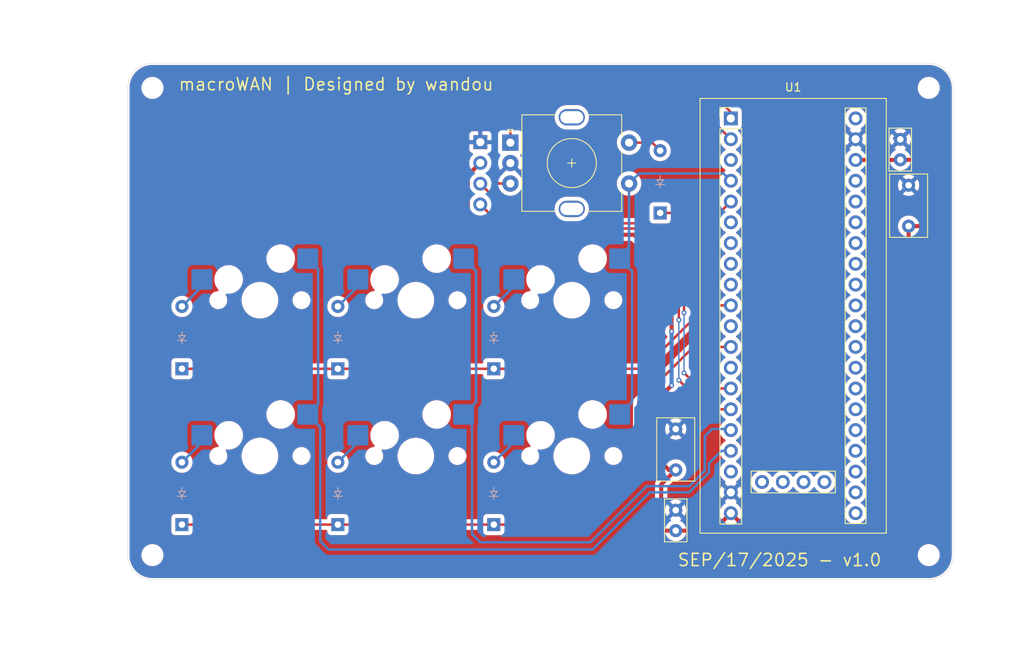
<source format=kicad_pcb>
(kicad_pcb (version 20241229) (generator "pcbnew") (generator_version "9.0")
  (title_block (title "microWAN") (date "2025-08-18") (rev "v1") (comment 1 "microWAN © 2025 by Brendan Leung is licensed under CC BY-NC-SA 4.0") (comment 2 "Author: Brendan Leung"))
  (layers (0 "F.Cu" signal) (2 "B.Cu" signal) (13 "F.Paste" user) (15 "B.Paste" user) (5 "F.SilkS" user "F.Silkscreen") (7 "B.SilkS" user "B.Silkscreen") (1 "F.Mask" user) (3 "B.Mask" user) (25 "Edge.Cuts" user))
  (net 0 "")
  (net 1 "+3.3V")
  (net 2 "GND")
  (net 3 "Net-(D1-A)")
  (net 4 "Row 0")
  (net 5 "Net-(D2-A)")
  (net 6 "Net-(D3-A)")
  (net 7 "Net-(D4-A)")
  (net 8 "Row 1")
  (net 9 "Net-(D5-A)")
  (net 10 "Net-(D6-A)")
  (net 11 "Net-(D7-A)")
  (net 12 "SCL-SCK")
  (net 13 "SDA")
  (net 14 "Col 0")
  (net 15 "Col 1")
  (net 16 "Col 2")
  (net 17 "ENC_B")
  (net 18 "ENC_A")
  (net 40 "Row 2")
  (footprint "MountingHole:MountingHole_2.2mm_M2_ISO7380" (layer "F.Cu") (at 220.266 135.557)
    (property "Reference" "H4" (hide yes))
    (property "Value" "MountingHole_Pad")
    (pad "" np_thru_hole circle (at 0 0) (size 2.2 2.2) (drill 2.2) (layers "*.Cu" "*.Mask"))
  )
  (footprint "Capacitor_THT:C_Disc_D7.5mm_W4.4mm_P5.00mm" (layer "F.Cu") (at 189.357 120.142 -90)
    (property "Reference" "C3" (hide yes))
    (property "Value" "2.2uF")
    (fp_line (start -1.37 2.32) (end 6.37 2.32) (stroke (width 0.12)) (layer "F.SilkS"))
    (fp_line (start -1.37 -2.32) (end -1.37 2.32) (stroke (width 0.12)) (layer "F.SilkS"))
    (fp_line (start -1.37 -2.32) (end 6.37 -2.32) (stroke (width 0.12)) (layer "F.SilkS"))
    (fp_line (start 6.37 -2.32) (end 6.37 2.32) (stroke (width 0.12)) (layer "F.SilkS"))
    (pad "1" thru_hole circle (at 0 0 270) (size 1.6 1.6) (drill 0.8) (layers "*.Cu" "*.Mask") (net 2 "GND"))
    (pad "2" thru_hole circle (at 5 0 270) (size 1.6 1.6) (drill 0.8) (layers "*.Cu" "*.Mask") (net 1 "+3.3V"))
  )
  (footprint "MountingHole:MountingHole_2.2mm_M2_ISO7380" (layer "F.Cu") (at 220.266 78.438)
    (property "Reference" "H2" (hide yes))
    (property "Value" "MountingHole_Pad")
    (pad "" np_thru_hole circle (at 0 0) (size 2.2 2.2) (drill 2.2) (layers "*.Cu" "*.Mask"))
  )
  (footprint "Footprints:YAAJ_WeAct_BlackPill_SWD_2" (layer "F.Cu") (at 196.088 82.169)
    (property "Reference" "U1" (at 7.62 -3.81 0) (layer "F.SilkS") (effects (font (thickness 0.153))))
    (property "Value" "YAAJ_WeAct_BlackPill_Part_Like_SWD_Breakout" (hide yes))
    (fp_line (start -3.755 -2.445) (end 18.995 -2.445) (stroke (width 0.12)) (layer "F.SilkS"))
    (fp_line (start -3.755 50.705) (end -3.755 -2.445) (stroke (width 0.12)) (layer "F.SilkS"))
    (fp_line (start -1.33 -1.33) (end 0 -1.33) (stroke (width 0.12)) (layer "F.SilkS"))
    (fp_line (start -1.33 0) (end -1.33 -1.33) (stroke (width 0.12)) (layer "F.SilkS"))
    (fp_line (start -1.33 1.27) (end 1.33 1.27) (stroke (width 0.12)) (layer "F.SilkS"))
    (fp_line (start -1.33 49.59) (end -1.33 1.27) (stroke (width 0.12)) (layer "F.SilkS"))
    (fp_line (start 1.33 1.27) (end 1.33 49.59) (stroke (width 0.12)) (layer "F.SilkS"))
    (fp_line (start 1.33 49.59) (end -1.33 49.59) (stroke (width 0.12)) (layer "F.SilkS"))
    (fp_line (start 2.482 43.119) (end 2.482 45.779) (stroke (width 0.12)) (layer "F.SilkS"))
    (fp_line (start 2.482 45.779) (end 12.762 45.779) (stroke (width 0.12)) (layer "F.SilkS"))
    (fp_line (start 12.762 43.119) (end 2.482 43.119) (stroke (width 0.12)) (layer "F.SilkS"))
    (fp_line (start 12.762 45.779) (end 12.762 43.119) (stroke (width 0.12)) (layer "F.SilkS"))
    (fp_line (start 13.97 -1.27) (end 16.51 -1.27) (stroke (width 0.12)) (layer "F.SilkS"))
    (fp_line (start 13.97 49.53) (end 13.97 -1.27) (stroke (width 0.12)) (layer "F.SilkS"))
    (fp_line (start 16.51 -1.27) (end 16.51 49.53) (stroke (width 0.12)) (layer "F.SilkS"))
    (fp_line (start 16.51 49.53) (end 13.97 49.53) (stroke (width 0.12)) (layer "F.SilkS"))
    (fp_line (start 18.995 -2.445) (end 18.995 50.705) (stroke (width 0.12)) (layer "F.SilkS"))
    (fp_line (start 18.995 50.705) (end -3.755 50.705) (stroke (width 0.12)) (layer "F.SilkS"))
    (pad "1" thru_hole rect (at 0 0) (size 1.7 1.7) (drill 1) (layers "*.Cu" "*.Mask") (net 17 "ENC_B"))
    (pad "2" thru_hole circle (at 0 2.54) (size 1.7 1.7) (drill 1) (layers "*.Cu" "*.Mask") (net 18 "ENC_A"))
    (pad "3" thru_hole circle (at 0 5.08) (size 1.7 1.7) (drill 1) (layers "*.Cu" "*.Mask"))
    (pad "4" thru_hole circle (at 0 7.62) (size 1.7 1.7) (drill 1) (layers "*.Cu" "*.Mask") (net 16 "Col 2"))
    (pad "5" thru_hole circle (at 0 10.16) (size 1.7 1.7) (drill 1) (layers "*.Cu" "*.Mask") (net 4 "Row 0"))
    (pad "6" thru_hole circle (at 0 12.7) (size 1.7 1.7) (drill 1) (layers "*.Cu" "*.Mask"))
    (pad "7" thru_hole circle (at 0 15.24) (size 1.7 1.7) (drill 1) (layers "*.Cu" "*.Mask"))
    (pad "8" thru_hole circle (at 0 17.78) (size 1.7 1.7) (drill 1) (layers "*.Cu" "*.Mask"))
    (pad "9" thru_hole circle (at 0 20.32) (size 1.7 1.7) (drill 1) (layers "*.Cu" "*.Mask"))
    (pad "10" thru_hole circle (at 0 22.86) (size 1.7 1.7) (drill 1) (layers "*.Cu" "*.Mask") (net 8 "Row 1"))
    (pad "11" thru_hole circle (at 0 25.4) (size 1.7 1.7) (drill 1) (layers "*.Cu" "*.Mask"))
    (pad "12" thru_hole circle (at 0 27.94) (size 1.7 1.7) (drill 1) (layers "*.Cu" "*.Mask") (net 40 "Row 2"))
    (pad "13" thru_hole circle (at 0 30.48) (size 1.7 1.7) (drill 1) (layers "*.Cu" "*.Mask"))
    (pad "14" thru_hole circle (at 0 33.02) (size 1.7 1.7) (drill 1) (layers "*.Cu" "*.Mask") (net 12 "SCL-SCK"))
    (pad "15" thru_hole circle (at 0 35.56) (size 1.7 1.7) (drill 1) (layers "*.Cu" "*.Mask") (net 13 "SDA"))
    (pad "16" thru_hole circle (at 0 38.1) (size 1.7 1.7) (drill 1) (layers "*.Cu" "*.Mask") (net 15 "Col 1"))
    (pad "17" thru_hole circle (at 0 40.64) (size 1.7 1.7) (drill 1) (layers "*.Cu" "*.Mask") (net 14 "Col 0"))
    (pad "18" thru_hole circle (at 0 43.18) (size 1.7 1.7) (drill 1) (layers "*.Cu" "*.Mask"))
    (pad "19" thru_hole circle (at 0 45.72) (size 1.7 1.7) (drill 1) (layers "*.Cu" "*.Mask") (net 2 "GND"))
    (pad "20" thru_hole circle (at 0 48.26) (size 1.7 1.7) (drill 1) (layers "*.Cu" "*.Mask") (net 1 "+3.3V"))
    (pad "21" thru_hole circle (at 15.24 48.26) (size 1.7 1.7) (drill 1) (layers "*.Cu" "*.Mask"))
    (pad "22" thru_hole circle (at 15.24 45.72) (size 1.7 1.7) (drill 1) (layers "*.Cu" "*.Mask"))
    (pad "23" thru_hole circle (at 15.24 43.18) (size 1.7 1.7) (drill 1) (layers "*.Cu" "*.Mask"))
    (pad "24" thru_hole circle (at 15.24 40.64) (size 1.7 1.7) (drill 1) (layers "*.Cu" "*.Mask"))
    (pad "25" thru_hole circle (at 15.24 38.1) (size 1.7 1.7) (drill 1) (layers "*.Cu" "*.Mask"))
    (pad "26" thru_hole circle (at 15.24 35.56) (size 1.7 1.7) (drill 1) (layers "*.Cu" "*.Mask"))
    (pad "27" thru_hole circle (at 15.24 33.02) (size 1.7 1.7) (drill 1) (layers "*.Cu" "*.Mask"))
    (pad "28" thru_hole circle (at 15.24 30.48) (size 1.7 1.7) (drill 1) (layers "*.Cu" "*.Mask"))
    (pad "29" thru_hole circle (at 15.24 27.94) (size 1.7 1.7) (drill 1) (layers "*.Cu" "*.Mask"))
    (pad "30" thru_hole circle (at 15.24 25.4) (size 1.7 1.7) (drill 1) (layers "*.Cu" "*.Mask"))
    (pad "31" thru_hole circle (at 15.24 22.86) (size 1.7 1.7) (drill 1) (layers "*.Cu" "*.Mask"))
    (pad "32" thru_hole circle (at 15.24 20.32) (size 1.7 1.7) (drill 1) (layers "*.Cu" "*.Mask"))
    (pad "33" thru_hole circle (at 15.24 17.78) (size 1.7 1.7) (drill 1) (layers "*.Cu" "*.Mask"))
    (pad "34" thru_hole circle (at 15.24 15.24) (size 1.7 1.7) (drill 1) (layers "*.Cu" "*.Mask"))
    (pad "35" thru_hole circle (at 15.24 12.7) (size 1.7 1.7) (drill 1) (layers "*.Cu" "*.Mask"))
    (pad "36" thru_hole circle (at 15.24 10.16) (size 1.7 1.7) (drill 1) (layers "*.Cu" "*.Mask"))
    (pad "37" thru_hole circle (at 15.24 7.62) (size 1.7 1.7) (drill 1) (layers "*.Cu" "*.Mask"))
    (pad "38" thru_hole circle (at 15.24 5.08) (size 1.7 1.7) (drill 1) (layers "*.Cu" "*.Mask") (net 1 "+3.3V"))
    (pad "39" thru_hole circle (at 15.24 2.54) (size 1.7 1.7) (drill 1) (layers "*.Cu" "*.Mask") (net 2 "GND"))
    (pad "40" thru_hole circle (at 15.24 0) (size 1.7 1.7) (drill 1) (layers "*.Cu" "*.Mask"))
    (pad "41" thru_hole circle (at 11.432 44.449) (size 1.7 1.7) (drill 1) (layers "*.Cu" "*.Mask"))
    (pad "42" thru_hole circle (at 8.892 44.449) (size 1.7 1.7) (drill 1) (layers "*.Cu" "*.Mask"))
    (pad "43" thru_hole circle (at 6.352 44.449) (size 1.7 1.7) (drill 1) (layers "*.Cu" "*.Mask"))
    (pad "44" thru_hole circle (at 3.812 44.449) (size 1.7 1.7) (drill 1) (layers "*.Cu" "*.Mask"))
  )
  (footprint "Keebio-Parts:RotaryEncoder_EC11" (layer "F.Cu") (at 176.657 87.63)
    (property "Reference" "SW7")
    (property "Value" "RotaryEncoder_Switch")
    (fp_line (start -7.8 -4.1) (end -7.2 -4.1) (stroke (width 0.12)) (layer "F.SilkS"))
    (fp_line (start -7.5 -3.8) (end -7.8 -4.1) (stroke (width 0.12)) (layer "F.SilkS"))
    (fp_line (start -7.2 -4.1) (end -7.5 -3.8) (stroke (width 0.12)) (layer "F.SilkS"))
    (fp_line (start -6.1 -5.9) (end -6.1 5.9) (stroke (width 0.12)) (layer "F.SilkS"))
    (fp_line (start -2 -5.9) (end -6.1 -5.9) (stroke (width 0.12)) (layer "F.SilkS"))
    (fp_line (start -2 5.9) (end -6.1 5.9) (stroke (width 0.12)) (layer "F.SilkS"))
    (fp_line (start -0.5 0) (end 0.5 0) (stroke (width 0.12)) (layer "F.SilkS"))
    (fp_line (start 0 -0.5) (end 0 0.5) (stroke (width 0.12)) (layer "F.SilkS"))
    (fp_line (start 2 -5.9) (end 6.1 -5.9) (stroke (width 0.12)) (layer "F.SilkS"))
    (fp_line (start 6.1 -5.9) (end 6.1 -3.5) (stroke (width 0.12)) (layer "F.SilkS"))
    (fp_line (start 6.1 -1.3) (end 6.1 1.3) (stroke (width 0.12)) (layer "F.SilkS"))
    (fp_line (start 6.1 3.5) (end 6.1 5.9) (stroke (width 0.12)) (layer "F.SilkS"))
    (fp_line (start 6.1 5.9) (end 2 5.9) (stroke (width 0.12)) (layer "F.SilkS"))
    (fp_circle (center 0 0) (end 3 0) (stroke (width 0.12)) (fill no) (layer "F.SilkS"))
    (pad "" np_thru_hole oval (at 0 -5.6) (size 3.2 2) (drill oval 2.8 1.5) (layers "*.Cu" "*.Mask"))
    (pad "" np_thru_hole oval (at 0 5.6) (size 3.2 2) (drill oval 2.8 1.5) (layers "*.Cu" "*.Mask"))
    (pad "A" thru_hole rect (at -7.5 -2.5) (size 2 2) (drill 1) (layers "*.Cu" "*.Mask") (net 18 "ENC_A"))
    (pad "B" thru_hole circle (at -7.5 2.5) (size 2 2) (drill 1) (layers "*.Cu" "*.Mask") (net 17 "ENC_B"))
    (pad "C" thru_hole circle (at -7.5 0) (size 2 2) (drill 1) (layers "*.Cu" "*.Mask") (net 2 "GND"))
    (pad "S1" thru_hole circle (at 7 2.5) (size 2 2) (drill 1) (layers "*.Cu" "*.Mask") (net 16 "Col 2"))
    (pad "S2" thru_hole circle (at 7 -2.5) (size 2 2) (drill 1) (layers "*.Cu" "*.Mask") (net 11 "Net-(D7-A)"))
  )
  (footprint "Capacitor_THT:C_Disc_D7.5mm_W4.4mm_P5.00mm" (layer "F.Cu") (at 217.805 90.337 -90)
    (property "Reference" "C4" (hide yes))
    (property "Value" "2.2uF")
    (fp_line (start -1.37 2.32) (end 6.37 2.32) (stroke (width 0.12)) (layer "F.SilkS"))
    (fp_line (start -1.37 -2.32) (end -1.37 2.32) (stroke (width 0.12)) (layer "F.SilkS"))
    (fp_line (start -1.37 -2.32) (end 6.37 -2.32) (stroke (width 0.12)) (layer "F.SilkS"))
    (fp_line (start 6.37 -2.32) (end 6.37 2.32) (stroke (width 0.12)) (layer "F.SilkS"))
    (pad "1" thru_hole circle (at 0 0 270) (size 1.6 1.6) (drill 0.8) (layers "*.Cu" "*.Mask") (net 2 "GND"))
    (pad "2" thru_hole circle (at 5 0 270) (size 1.6 1.6) (drill 0.8) (layers "*.Cu" "*.Mask") (net 1 "+3.3V"))
  )
  (footprint "Capacitor_THT:C_Disc_D5.0mm_W2.5mm_P2.50mm" (layer "F.Cu") (at 216.789 84.729 -90)
    (property "Reference" "C1" (hide yes))
    (property "Value" "0.1uF")
    (fp_line (start -1.37 1.37) (end 3.87 1.37) (stroke (width 0.12)) (layer "F.SilkS"))
    (fp_line (start -1.37 -1.37) (end -1.37 1.37) (stroke (width 0.12)) (layer "F.SilkS"))
    (fp_line (start -1.37 -1.37) (end 3.87 -1.37) (stroke (width 0.12)) (layer "F.SilkS"))
    (fp_line (start 3.87 -1.37) (end 3.87 1.37) (stroke (width 0.12)) (layer "F.SilkS"))
    (pad "1" thru_hole circle (at 0 0 270) (size 1.6 1.6) (drill 0.8) (layers "*.Cu" "*.Mask") (net 2 "GND"))
    (pad "2" thru_hole circle (at 2.5 0 270) (size 1.6 1.6) (drill 0.8) (layers "*.Cu" "*.Mask") (net 1 "+3.3V"))
  )
  (footprint "MountingHole:MountingHole_2.2mm_M2_ISO7380" (layer "F.Cu") (at 125.428 78.438)
    (property "Reference" "H1" (hide yes))
    (property "Value" "MountingHole_Pad")
    (pad "" np_thru_hole circle (at 0 0) (size 2.2 2.2) (drill 2.2) (layers "*.Cu" "*.Mask"))
  )
  (footprint "ScottoKeebs_Components:OLED_128x32" (layer "F.Cu") (at 167.081 94.869 180)
    (property "Reference" "J1" (hide yes))
    (property "Value" "OLED_128x32")
    (pad "1" thru_hole rect (at 1.6 9.8) (size 1.7 1.7) (drill 1) (layers "*.Cu" "*.Mask") (net 2 "GND"))
    (pad "2" thru_hole oval (at 1.6 7.26) (size 1.7 1.7) (drill 1) (layers "*.Cu" "*.Mask") (net 1 "+3.3V"))
    (pad "3" thru_hole oval (at 1.6 4.72) (size 1.7 1.7) (drill 1) (layers "*.Cu" "*.Mask") (net 12 "SCL-SCK"))
    (pad "4" thru_hole oval (at 1.6 2.18) (size 1.7 1.7) (drill 1) (layers "*.Cu" "*.Mask") (net 13 "SDA"))
  )
  (footprint "Capacitor_THT:C_Disc_D5.0mm_W2.5mm_P2.50mm" (layer "F.Cu") (at 189.357 130.068 -90)
    (property "Reference" "C2" (hide yes))
    (property "Value" "0.1uF")
    (fp_line (start -1.37 1.37) (end 3.87 1.37) (stroke (width 0.12)) (layer "F.SilkS"))
    (fp_line (start -1.37 -1.37) (end -1.37 1.37) (stroke (width 0.12)) (layer "F.SilkS"))
    (fp_line (start -1.37 -1.37) (end 3.87 -1.37) (stroke (width 0.12)) (layer "F.SilkS"))
    (fp_line (start 3.87 -1.37) (end 3.87 1.37) (stroke (width 0.12)) (layer "F.SilkS"))
    (pad "1" thru_hole circle (at 0 0 270) (size 1.6 1.6) (drill 0.8) (layers "*.Cu" "*.Mask") (net 2 "GND"))
    (pad "2" thru_hole circle (at 2.5 0 270) (size 1.6 1.6) (drill 0.8) (layers "*.Cu" "*.Mask") (net 1 "+3.3V"))
  )
  (footprint "MountingHole:MountingHole_2.2mm_M2_ISO7380" (layer "F.Cu") (at 125.428 135.557)
    (property "Reference" "H3" (hide yes))
    (property "Value" "MountingHole_Pad")
    (pad "" np_thru_hole circle (at 0 0) (size 2.2 2.2) (drill 2.2) (layers "*.Cu" "*.Mask"))
  )
  (footprint "MX_Hotswap:MX-Hotswap-1U" (layer "B.Cu") (at 157.607 123.444 180)
    (property "Reference" "SW5")
    (property "Value" "Switch")
    (pad "" np_thru_hole circle (at -5.08 0 228.099) (size 1.7018 1.7018) (drill 1.7018) (layers "*.Cu" "*.Mask"))
    (pad "" np_thru_hole circle (at -2.54 5.08 180) (size 3 3) (drill 3) (layers "*.Cu" "*.Mask"))
    (pad "" np_thru_hole circle (at 0 0 180) (size 3.9878 3.9878) (drill 3.9878) (layers "*.Cu" "*.Mask"))
    (pad "" np_thru_hole circle (at 3.81 2.54 180) (size 3 3) (drill 3) (layers "*.Cu" "*.Mask"))
    (pad "" np_thru_hole circle (at 5.08 0 228.099) (size 1.7018 1.7018) (drill 1.7018) (layers "*.Cu" "*.Mask"))
    (pad "1" smd roundrect (at 7.085 2.54 180) (size 2.55 2.5) (layers "B.Cu" "B.Mask" "B.Paste") (roundrect_rratio 0.08) (net 9 "Net-(D5-A)"))
    (pad "2" smd roundrect (at -5.842 5.08 180) (size 2.55 2.5) (layers "B.Cu" "B.Mask" "B.Paste") (roundrect_rratio 0.08) (net 15 "Col 1"))
  )
  (footprint "MX_Hotswap:MX-Hotswap-1U" (layer "B.Cu") (at 176.657 123.444 180)
    (property "Reference" "SW6")
    (property "Value" "Switch")
    (pad "" np_thru_hole circle (at -5.08 0 228.099) (size 1.7018 1.7018) (drill 1.7018) (layers "*.Cu" "*.Mask"))
    (pad "" np_thru_hole circle (at -2.54 5.08 180) (size 3 3) (drill 3) (layers "*.Cu" "*.Mask"))
    (pad "" np_thru_hole circle (at 0 0 180) (size 3.9878 3.9878) (drill 3.9878) (layers "*.Cu" "*.Mask"))
    (pad "" np_thru_hole circle (at 3.81 2.54 180) (size 3 3) (drill 3) (layers "*.Cu" "*.Mask"))
    (pad "" np_thru_hole circle (at 5.08 0 228.099) (size 1.7018 1.7018) (drill 1.7018) (layers "*.Cu" "*.Mask"))
    (pad "1" smd roundrect (at 7.085 2.54 180) (size 2.55 2.5) (layers "B.Cu" "B.Mask" "B.Paste") (roundrect_rratio 0.08) (net 10 "Net-(D6-A)"))
    (pad "2" smd roundrect (at -5.842 5.08 180) (size 2.55 2.5) (layers "B.Cu" "B.Mask" "B.Paste") (roundrect_rratio 0.08) (net 16 "Col 2"))
  )
  (footprint "ScottoKeebs_Components:Diode_DO-35" (layer "B.Cu") (at 167.132 112.776 90)
    (property "Reference" "D3" (hide yes))
    (property "Value" "Diode" (hide yes))
    (fp_line (start 4.06 -0.4) (end 3.46 0) (stroke (width 0.1)) (layer "B.SilkS"))
    (fp_line (start 4.06 0) (end 4.56 0) (stroke (width 0.1)) (layer "B.SilkS"))
    (fp_line (start 3.46 0) (end 4.06 0.4) (stroke (width 0.1)) (layer "B.SilkS"))
    (fp_line (start 3.06 0) (end 3.46 0) (stroke (width 0.1)) (layer "B.SilkS"))
    (fp_line (start 4.06 0.4) (end 4.06 -0.4) (stroke (width 0.1)) (layer "B.SilkS"))
    (fp_line (start 3.46 0.55) (end 3.46 -0.55) (stroke (width 0.1)) (layer "B.SilkS"))
    (pad "1" thru_hole rect (at 0 0 90) (size 1.6 1.6) (drill 0.8) (layers "*.Cu" "*.Mask") (net 8 "Row 1"))
    (pad "2" thru_hole oval (at 7.62 0 90) (size 1.6 1.6) (drill 0.8) (layers "*.Cu" "*.Mask") (net 6 "Net-(D3-A)"))
  )
  (footprint "MX_Hotswap:MX-Hotswap-1U" (layer "B.Cu") (at 138.557 104.394 180)
    (property "Reference" "SW1")
    (property "Value" "Switch")
    (pad "" np_thru_hole circle (at -5.08 0 228.099) (size 1.7018 1.7018) (drill 1.7018) (layers "*.Cu" "*.Mask"))
    (pad "" np_thru_hole circle (at -2.54 5.08 180) (size 3 3) (drill 3) (layers "*.Cu" "*.Mask"))
    (pad "" np_thru_hole circle (at 0 0 180) (size 3.9878 3.9878) (drill 3.9878) (layers "*.Cu" "*.Mask"))
    (pad "" np_thru_hole circle (at 3.81 2.54 180) (size 3 3) (drill 3) (layers "*.Cu" "*.Mask"))
    (pad "" np_thru_hole circle (at 5.08 0 228.099) (size 1.7018 1.7018) (drill 1.7018) (layers "*.Cu" "*.Mask"))
    (pad "1" smd roundrect (at 7.085 2.54 180) (size 2.55 2.5) (layers "B.Cu" "B.Mask" "B.Paste") (roundrect_rratio 0.08) (net 3 "Net-(D1-A)"))
    (pad "2" smd roundrect (at -5.842 5.08 180) (size 2.55 2.5) (layers "B.Cu" "B.Mask" "B.Paste") (roundrect_rratio 0.08) (net 14 "Col 0"))
  )
  (footprint "ScottoKeebs_Components:Diode_DO-35" (layer "B.Cu") (at 129.032 131.826 90)
    (property "Reference" "D4" (hide yes))
    (property "Value" "Diode" (hide yes))
    (fp_line (start 4.06 -0.4) (end 3.46 0) (stroke (width 0.1)) (layer "B.SilkS"))
    (fp_line (start 4.06 0) (end 4.56 0) (stroke (width 0.1)) (layer "B.SilkS"))
    (fp_line (start 3.46 0) (end 4.06 0.4) (stroke (width 0.1)) (layer "B.SilkS"))
    (fp_line (start 3.06 0) (end 3.46 0) (stroke (width 0.1)) (layer "B.SilkS"))
    (fp_line (start 4.06 0.4) (end 4.06 -0.4) (stroke (width 0.1)) (layer "B.SilkS"))
    (fp_line (start 3.46 0.55) (end 3.46 -0.55) (stroke (width 0.1)) (layer "B.SilkS"))
    (pad "1" thru_hole rect (at 0 0 90) (size 1.6 1.6) (drill 0.8) (layers "*.Cu" "*.Mask") (net 40 "Row 2"))
    (pad "2" thru_hole oval (at 7.62 0 90) (size 1.6 1.6) (drill 0.8) (layers "*.Cu" "*.Mask") (net 7 "Net-(D4-A)"))
  )
  (footprint "ScottoKeebs_Components:Diode_DO-35" (layer "B.Cu") (at 129.032 112.776 90)
    (property "Reference" "D1" (hide yes))
    (property "Value" "Diode" (hide yes))
    (fp_line (start 4.06 -0.4) (end 3.46 0) (stroke (width 0.1)) (layer "B.SilkS"))
    (fp_line (start 4.06 0) (end 4.56 0) (stroke (width 0.1)) (layer "B.SilkS"))
    (fp_line (start 3.46 0) (end 4.06 0.4) (stroke (width 0.1)) (layer "B.SilkS"))
    (fp_line (start 3.06 0) (end 3.46 0) (stroke (width 0.1)) (layer "B.SilkS"))
    (fp_line (start 4.06 0.4) (end 4.06 -0.4) (stroke (width 0.1)) (layer "B.SilkS"))
    (fp_line (start 3.46 0.55) (end 3.46 -0.55) (stroke (width 0.1)) (layer "B.SilkS"))
    (pad "1" thru_hole rect (at 0 0 90) (size 1.6 1.6) (drill 0.8) (layers "*.Cu" "*.Mask") (net 8 "Row 1"))
    (pad "2" thru_hole oval (at 7.62 0 90) (size 1.6 1.6) (drill 0.8) (layers "*.Cu" "*.Mask") (net 3 "Net-(D1-A)"))
  )
  (footprint "ScottoKeebs_Components:Diode_DO-35" (layer "B.Cu") (at 148.082 131.826 90)
    (property "Reference" "D5" (hide yes))
    (property "Value" "Diode" (hide yes))
    (fp_line (start 4.06 -0.4) (end 3.46 0) (stroke (width 0.1)) (layer "B.SilkS"))
    (fp_line (start 4.06 0) (end 4.56 0) (stroke (width 0.1)) (layer "B.SilkS"))
    (fp_line (start 3.46 0) (end 4.06 0.4) (stroke (width 0.1)) (layer "B.SilkS"))
    (fp_line (start 3.06 0) (end 3.46 0) (stroke (width 0.1)) (layer "B.SilkS"))
    (fp_line (start 4.06 0.4) (end 4.06 -0.4) (stroke (width 0.1)) (layer "B.SilkS"))
    (fp_line (start 3.46 0.55) (end 3.46 -0.55) (stroke (width 0.1)) (layer "B.SilkS"))
    (pad "1" thru_hole rect (at 0 0 90) (size 1.6 1.6) (drill 0.8) (layers "*.Cu" "*.Mask") (net 40 "Row 2"))
    (pad "2" thru_hole oval (at 7.62 0 90) (size 1.6 1.6) (drill 0.8) (layers "*.Cu" "*.Mask") (net 9 "Net-(D5-A)"))
  )
  (footprint "MX_Hotswap:MX-Hotswap-1U" (layer "B.Cu") (at 138.557 123.444 180)
    (property "Reference" "SW4")
    (property "Value" "Switch")
    (pad "" np_thru_hole circle (at -5.08 0 228.099) (size 1.7018 1.7018) (drill 1.7018) (layers "*.Cu" "*.Mask"))
    (pad "" np_thru_hole circle (at -2.54 5.08 180) (size 3 3) (drill 3) (layers "*.Cu" "*.Mask"))
    (pad "" np_thru_hole circle (at 0 0 180) (size 3.9878 3.9878) (drill 3.9878) (layers "*.Cu" "*.Mask"))
    (pad "" np_thru_hole circle (at 3.81 2.54 180) (size 3 3) (drill 3) (layers "*.Cu" "*.Mask"))
    (pad "" np_thru_hole circle (at 5.08 0 228.099) (size 1.7018 1.7018) (drill 1.7018) (layers "*.Cu" "*.Mask"))
    (pad "1" smd roundrect (at 7.085 2.54 180) (size 2.55 2.5) (layers "B.Cu" "B.Mask" "B.Paste") (roundrect_rratio 0.08) (net 7 "Net-(D4-A)"))
    (pad "2" smd roundrect (at -5.842 5.08 180) (size 2.55 2.5) (layers "B.Cu" "B.Mask" "B.Paste") (roundrect_rratio 0.08) (net 14 "Col 0"))
  )
  (footprint "ScottoKeebs_Components:Diode_DO-35" (layer "B.Cu") (at 148.082 112.776 90)
    (property "Reference" "D2" (hide yes))
    (property "Value" "Diode" (hide yes))
    (fp_line (start 4.06 -0.4) (end 3.46 0) (stroke (width 0.1)) (layer "B.SilkS"))
    (fp_line (start 4.06 0) (end 4.56 0) (stroke (width 0.1)) (layer "B.SilkS"))
    (fp_line (start 3.46 0) (end 4.06 0.4) (stroke (width 0.1)) (layer "B.SilkS"))
    (fp_line (start 3.06 0) (end 3.46 0) (stroke (width 0.1)) (layer "B.SilkS"))
    (fp_line (start 4.06 0.4) (end 4.06 -0.4) (stroke (width 0.1)) (layer "B.SilkS"))
    (fp_line (start 3.46 0.55) (end 3.46 -0.55) (stroke (width 0.1)) (layer "B.SilkS"))
    (pad "1" thru_hole rect (at 0 0 90) (size 1.6 1.6) (drill 0.8) (layers "*.Cu" "*.Mask") (net 8 "Row 1"))
    (pad "2" thru_hole oval (at 7.62 0 90) (size 1.6 1.6) (drill 0.8) (layers "*.Cu" "*.Mask") (net 5 "Net-(D2-A)"))
  )
  (footprint "ScottoKeebs_Components:Diode_DO-35" (layer "B.Cu") (at 167.132 131.826 90)
    (property "Reference" "D6" (hide yes))
    (property "Value" "Diode" (hide yes))
    (fp_line (start 4.06 -0.4) (end 3.46 0) (stroke (width 0.1)) (layer "B.SilkS"))
    (fp_line (start 4.06 0) (end 4.56 0) (stroke (width 0.1)) (layer "B.SilkS"))
    (fp_line (start 3.46 0) (end 4.06 0.4) (stroke (width 0.1)) (layer "B.SilkS"))
    (fp_line (start 3.06 0) (end 3.46 0) (stroke (width 0.1)) (layer "B.SilkS"))
    (fp_line (start 4.06 0.4) (end 4.06 -0.4) (stroke (width 0.1)) (layer "B.SilkS"))
    (fp_line (start 3.46 0.55) (end 3.46 -0.55) (stroke (width 0.1)) (layer "B.SilkS"))
    (pad "1" thru_hole rect (at 0 0 90) (size 1.6 1.6) (drill 0.8) (layers "*.Cu" "*.Mask") (net 40 "Row 2"))
    (pad "2" thru_hole oval (at 7.62 0 90) (size 1.6 1.6) (drill 0.8) (layers "*.Cu" "*.Mask") (net 10 "Net-(D6-A)"))
  )
  (footprint "ScottoKeebs_Components:Diode_DO-35" (layer "B.Cu") (at 187.452 93.726 90)
    (property "Reference" "D7" (hide yes))
    (property "Value" "Diode" (hide yes))
    (fp_line (start 4.06 -0.4) (end 3.46 0) (stroke (width 0.1)) (layer "B.SilkS"))
    (fp_line (start 4.06 0) (end 4.56 0) (stroke (width 0.1)) (layer "B.SilkS"))
    (fp_line (start 3.46 0) (end 4.06 0.4) (stroke (width 0.1)) (layer "B.SilkS"))
    (fp_line (start 3.06 0) (end 3.46 0) (stroke (width 0.1)) (layer "B.SilkS"))
    (fp_line (start 4.06 0.4) (end 4.06 -0.4) (stroke (width 0.1)) (layer "B.SilkS"))
    (fp_line (start 3.46 0.55) (end 3.46 -0.55) (stroke (width 0.1)) (layer "B.SilkS"))
    (pad "1" thru_hole rect (at 0 0 90) (size 1.6 1.6) (drill 0.8) (layers "*.Cu" "*.Mask") (net 4 "Row 0"))
    (pad "2" thru_hole oval (at 7.62 0 90) (size 1.6 1.6) (drill 0.8) (layers "*.Cu" "*.Mask") (net 11 "Net-(D7-A)"))
  )
  (footprint "MX_Hotswap:MX-Hotswap-1U" (layer "B.Cu") (at 176.657 104.394 180)
    (property "Reference" "SW3")
    (property "Value" "Switch")
    (pad "" np_thru_hole circle (at -5.08 0 228.099) (size 1.7018 1.7018) (drill 1.7018) (layers "*.Cu" "*.Mask"))
    (pad "" np_thru_hole circle (at -2.54 5.08 180) (size 3 3) (drill 3) (layers "*.Cu" "*.Mask"))
    (pad "" np_thru_hole circle (at 0 0 180) (size 3.9878 3.9878) (drill 3.9878) (layers "*.Cu" "*.Mask"))
    (pad "" np_thru_hole circle (at 3.81 2.54 180) (size 3 3) (drill 3) (layers "*.Cu" "*.Mask"))
    (pad "" np_thru_hole circle (at 5.08 0 228.099) (size 1.7018 1.7018) (drill 1.7018) (layers "*.Cu" "*.Mask"))
    (pad "1" smd roundrect (at 7.085 2.54 180) (size 2.55 2.5) (layers "B.Cu" "B.Mask" "B.Paste") (roundrect_rratio 0.08) (net 6 "Net-(D3-A)"))
    (pad "2" smd roundrect (at -5.842 5.08 180) (size 2.55 2.5) (layers "B.Cu" "B.Mask" "B.Paste") (roundrect_rratio 0.08) (net 16 "Col 2"))
  )
  (footprint "MX_Hotswap:MX-Hotswap-1U" (layer "B.Cu") (at 157.607 104.394 180)
    (property "Reference" "SW2")
    (property "Value" "Switch")
    (pad "" np_thru_hole circle (at -5.08 0 228.099) (size 1.7018 1.7018) (drill 1.7018) (layers "*.Cu" "*.Mask"))
    (pad "" np_thru_hole circle (at -2.54 5.08 180) (size 3 3) (drill 3) (layers "*.Cu" "*.Mask"))
    (pad "" np_thru_hole circle (at 0 0 180) (size 3.9878 3.9878) (drill 3.9878) (layers "*.Cu" "*.Mask"))
    (pad "" np_thru_hole circle (at 3.81 2.54 180) (size 3 3) (drill 3) (layers "*.Cu" "*.Mask"))
    (pad "" np_thru_hole circle (at 5.08 0 228.099) (size 1.7018 1.7018) (drill 1.7018) (layers "*.Cu" "*.Mask"))
    (pad "1" smd roundrect (at 7.085 2.54 180) (size 2.55 2.5) (layers "B.Cu" "B.Mask" "B.Paste") (roundrect_rratio 0.08) (net 5 "Net-(D2-A)"))
    (pad "2" smd roundrect (at -5.842 5.08 180) (size 2.55 2.5) (layers "B.Cu" "B.Mask" "B.Paste") (roundrect_rratio 0.08) (net 15 "Col 1"))
  )
  (gr_arc (start 223.266 135.557) (mid 222.38732 137.67832) (end 220.266 138.557) (stroke (width 0.05)) (layer "Edge.Cuts"))
  (gr_arc (start 125.428 138.557) (mid 123.30668 137.67832) (end 122.428 135.557) (stroke (width 0.05)) (layer "Edge.Cuts"))
  (gr_arc (start 122.428 78.438) (mid 123.30668 76.31668) (end 125.428 75.438) (stroke (width 0.05)) (layer "Edge.Cuts"))
  (gr_line (start 122.428 135.557) (end 122.428 78.438) (stroke (width 0.05)) (layer "Edge.Cuts"))
  (gr_arc (start 220.266 75.438) (mid 222.38732 76.31668) (end 223.266 78.438) (stroke (width 0.05)) (layer "Edge.Cuts"))
  (gr_line (start 125.428 75.438) (end 220.266 75.438) (stroke (width 0.05)) (layer "Edge.Cuts"))
  (gr_line (start 223.266 78.438) (end 223.266 135.557) (stroke (width 0.05)) (layer "Edge.Cuts"))
  (gr_line (start 220.266 138.557) (end 125.428 138.557) (stroke (width 0.05)) (layer "Edge.Cuts"))
  (gr_text "macroWAN | Designed by wandou" (at 128.524 78.867 0) (layer "F.SilkS") (effects (font (size 1.5 1.5) (thickness 0.1875)) (justify left bottom)))
  (gr_text "SEP/17/2025 - v1.0\n\n" (at 189.484 139.446 0) (layer "F.SilkS") (effects (font (size 1.5 1.5) (thickness 0.1875)) (justify left bottom)))
  (segment (start 216.769 87.249) (end 216.789 87.229) (width 0.3) (layer "F.Cu") (net 1))
  (segment (start 220.004 95.337) (end 217.805 95.337) (width 0.5) (layer "F.Cu") (net 1))
  (segment (start 189.357 125.142) (end 187.579 126.92) (width 0.5) (layer "F.Cu") (net 1))
  (segment (start 184.277 96.393) (end 188.849 100.965) (width 0.5) (layer "F.Cu") (net 1))
  (segment (start 187.579 126.92) (end 187.579 132.207) (width 0.5) (layer "F.Cu") (net 1))
  (segment (start 216.789 87.229) (end 219.055 87.229) (width 0.5) (layer "F.Cu") (net 1))
  (segment (start 188.849 107.696) (end 188.849 108.204) (width 0.5) (layer "F.Cu") (net 1))
  (segment (start 188.849 114.808) (end 186.563 117.094) (width 0.5) (layer "F.Cu") (net 1))
  (segment (start 221.107 89.281) (end 221.107 94.234) (width 0.5) (layer "F.Cu") (net 1))
  (segment (start 219.055 87.229) (end 221.107 89.281) (width 0.5) (layer "F.Cu") (net 1))
  (segment (start 196.088 130.429) (end 199.136 133.477) (width 0.5) (layer "F.Cu") (net 1))
  (segment (start 217.805 130.683) (end 217.805 95.337) (width 0.5) (layer "F.Cu") (net 1))
  (segment (start 189.357 132.568) (end 193.949 132.568) (width 0.5) (layer "F.Cu") (net 1))
  (segment (start 199.136 133.477) (end 215.011 133.477) (width 0.5) (layer "F.Cu") (net 1))
  (segment (start 188.515 125.142) (end 189.357 125.142) (width 0.5) (layer "F.Cu") (net 1))
  (segment (start 187.94 132.568) (end 189.357 132.568) (width 0.5) (layer "F.Cu") (net 1))
  (segment (start 186.563 117.094) (end 186.563 123.19) (width 0.5) (layer "F.Cu") (net 1))
  (segment (start 215.011 133.477) (end 217.805 130.683) (width 0.5) (layer "F.Cu") (net 1))
  (segment (start 163.957 89.133) (end 163.957 94.234) (width 0.5) (layer "F.Cu") (net 1))
  (segment (start 187.579 132.207) (end 187.94 132.568) (width 0.5) (layer "F.Cu") (net 1))
  (segment (start 193.949 132.568) (end 196.088 130.429) (width 0.5) (layer "F.Cu") (net 1))
  (segment (start 211.328 87.249) (end 216.769 87.249) (width 0.5) (layer "F.Cu") (net 1))
  (segment (start 163.957 94.234) (end 166.116 96.393) (width 0.5) (layer "F.Cu") (net 1))
  (segment (start 186.563 123.19) (end 188.515 125.142) (width 0.5) (layer "F.Cu") (net 1))
  (segment (start 221.107 94.234) (end 220.004 95.337) (width 0.5) (layer "F.Cu") (net 1))
  (segment (start 188.849 100.965) (end 188.849 107.696) (width 0.5) (layer "F.Cu") (net 1))
  (segment (start 166.116 96.393) (end 184.277 96.393) (width 0.5) (layer "F.Cu") (net 1))
  (segment (start 216.007 87.122) (end 216.027 87.102) (width 0.16) (layer "F.Cu") (net 1))
  (segment (start 165.481 87.609) (end 163.957 89.133) (width 0.5) (layer "F.Cu") (net 1))
  (via (at 188.849 108.204) (size 0.6) (drill 0.3) (layers "F.Cu" "B.Cu") (net 1))
  (via (at 188.849 114.808) (size 0.6) (drill 0.3) (layers "F.Cu" "B.Cu") (net 1))
  (segment (start 188.849 108.204) (end 188.849 114.808) (width 0.5) (layer "B.Cu") (net 1))
  (segment (start 216.007 84.582) (end 216.027 84.602) (width 0.3) (layer "B.Cu") (net 2))
  (segment (start 131.472 101.854) (end 131.472 102.716) (width 0.3) (layer "B.Cu") (net 3))
  (segment (start 131.472 102.716) (end 129.032 105.156) (width 0.3) (layer "B.Cu") (net 3))
  (segment (start 187.452 93.726) (end 194.691 93.726) (width 0.3) (layer "F.Cu") (net 4))
  (segment (start 194.691 93.726) (end 196.088 92.329) (width 0.3) (layer "F.Cu") (net 4))
  (segment (start 150.522 102.716) (end 148.082 105.156) (width 0.3) (layer "B.Cu") (net 5))
  (segment (start 150.522 101.854) (end 150.522 102.716) (width 0.3) (layer "B.Cu") (net 5))
  (segment (start 169.572 102.716) (end 167.132 105.156) (width 0.3) (layer "B.Cu") (net 6))
  (segment (start 169.572 101.854) (end 169.572 102.716) (width 0.3) (layer "B.Cu") (net 6))
  (segment (start 131.472 120.904) (end 131.472 121.766) (width 0.3) (layer "B.Cu") (net 7))
  (segment (start 131.472 121.766) (end 129.032 124.206) (width 0.3) (layer "B.Cu") (net 7))
  (segment (start 193.167 105.029) (end 196.088 105.029) (width 0.3) (layer "F.Cu") (net 8))
  (segment (start 185.42 112.776) (end 193.167 105.029) (width 0.3) (layer "F.Cu") (net 8))
  (segment (start 167.132 112.776) (end 185.42 112.776) (width 0.3) (layer "F.Cu") (net 8))
  (segment (start 129.032 112.776) (end 167.132 112.776) (width 0.3) (layer "F.Cu") (net 8))
  (segment (start 150.522 121.766) (end 148.082 124.206) (width 0.3) (layer "B.Cu") (net 9))
  (segment (start 150.522 120.904) (end 150.522 121.766) (width 0.3) (layer "B.Cu") (net 9))
  (segment (start 169.572 120.904) (end 169.572 121.766) (width 0.3) (layer "B.Cu") (net 10))
  (segment (start 169.572 121.766) (end 167.132 124.206) (width 0.3) (layer "B.Cu") (net 10))
  (segment (start 186.476 85.13) (end 187.452 86.106) (width 0.3) (layer "F.Cu") (net 11))
  (segment (start 183.657 85.13) (end 186.476 85.13) (width 0.3) (layer "F.Cu") (net 11))
  (segment (start 165.481 90.149) (end 170.328 94.996) (width 0.3) (layer "F.Cu") (net 12))
  (segment (start 192.278 115.189) (end 196.088 115.189) (width 0.3) (layer "F.Cu") (net 12))
  (segment (start 190.373 113.284) (end 192.278 115.189) (width 0.3) (layer "F.Cu") (net 12))
  (segment (start 190.373 100.584) (end 190.373 105.918) (width 0.3) (layer "F.Cu") (net 12))
  (segment (start 170.328 94.996) (end 184.785 94.996) (width 0.3) (layer "F.Cu") (net 12))
  (segment (start 184.785 94.996) (end 190.373 100.584) (width 0.3) (layer "F.Cu") (net 12))
  (via (at 190.373 113.284) (size 0.6) (drill 0.3) (layers "F.Cu" "B.Cu") (net 12))
  (via (at 190.373 105.918) (size 0.6) (drill 0.3) (layers "F.Cu" "B.Cu") (net 12))
  (segment (start 190.373 105.918) (end 190.373 113.284) (width 0.16) (layer "B.Cu") (net 12))
  (segment (start 189.738 100.965) (end 189.738 106.807) (width 0.3) (layer "F.Cu") (net 13))
  (segment (start 165.481 92.689) (end 168.423 95.631) (width 0.3) (layer "F.Cu") (net 13))
  (segment (start 184.531 95.631) (end 189.738 100.838) (width 0.3) (layer "F.Cu") (net 13))
  (segment (start 168.423 95.631) (end 184.531 95.631) (width 0.3) (layer "F.Cu") (net 13))
  (segment (start 189.738 114.173) (end 193.294 117.729) (width 0.3) (layer "F.Cu") (net 13))
  (segment (start 193.294 117.729) (end 196.088 117.729) (width 0.3) (layer "F.Cu") (net 13))
  (segment (start 189.738 100.838) (end 189.738 100.965) (width 0.3) (layer "F.Cu") (net 13))
  (via (at 189.738 106.807) (size 0.6) (drill 0.3) (layers "F.Cu" "B.Cu") (net 13))
  (via (at 189.738 114.173) (size 0.6) (drill 0.3) (layers "F.Cu" "B.Cu") (net 13))
  (segment (start 189.738 106.807) (end 189.738 114.173) (width 0.16) (layer "B.Cu") (net 13))
  (segment (start 145.669 100.584) (end 145.669 117.094) (width 0.3) (layer "B.Cu") (net 14))
  (segment (start 193.421 125.476) (end 193.421 124.333) (width 0.3) (layer "B.Cu") (net 14))
  (segment (start 144.399 118.364) (end 145.923 119.888) (width 0.3) (layer "B.Cu") (net 14))
  (segment (start 146.939 134.874) (end 179.197 134.874) (width 0.3) (layer "B.Cu") (net 14))
  (segment (start 145.923 119.888) (end 145.923 133.858) (width 0.3) (layer "B.Cu") (net 14))
  (segment (start 193.421 124.333) (end 194.945 122.809) (width 0.3) (layer "B.Cu") (net 14))
  (segment (start 179.197 134.874) (end 186.182 127.889) (width 0.3) (layer "B.Cu") (net 14))
  (segment (start 191.008 127.889) (end 193.421 125.476) (width 0.3) (layer "B.Cu") (net 14))
  (segment (start 194.945 122.809) (end 196.088 122.809) (width 0.3) (layer "B.Cu") (net 14))
  (segment (start 186.182 127.889) (end 191.008 127.889) (width 0.3) (layer "B.Cu") (net 14))
  (segment (start 144.399 99.314) (end 145.669 100.584) (width 0.3) (layer "B.Cu") (net 14))
  (segment (start 145.923 133.858) (end 146.939 134.874) (width 0.3) (layer "B.Cu") (net 14))
  (segment (start 145.669 117.094) (end 144.399 118.364) (width 0.3) (layer "B.Cu") (net 14))
  (segment (start 193.802 120.142) (end 195.326 120.142) (width 0.3) (layer "B.Cu") (net 15))
  (segment (start 178.943 133.985) (end 185.801 127.127) (width 0.3) (layer "B.Cu") (net 15))
  (segment (start 164.465 132.969) (end 165.481 133.985) (width 0.3) (layer "B.Cu") (net 15))
  (segment (start 164.973 116.84) (end 163.449 118.364) (width 0.3) (layer "B.Cu") (net 15))
  (segment (start 192.913 125.222) (end 192.913 121.031) (width 0.3) (layer "B.Cu") (net 15))
  (segment (start 192.913 121.031) (end 193.802 120.142) (width 0.3) (layer "B.Cu") (net 15))
  (segment (start 185.801 127.127) (end 191.008 127.127) (width 0.3) (layer "B.Cu") (net 15))
  (segment (start 163.449 118.364) (end 164.465 119.38) (width 0.3) (layer "B.Cu") (net 15))
  (segment (start 163.449 99.314) (end 164.973 100.838) (width 0.3) (layer "B.Cu") (net 15))
  (segment (start 191.008 127.127) (end 192.913 125.222) (width 0.3) (layer "B.Cu") (net 15))
  (segment (start 165.481 133.985) (end 178.943 133.985) (width 0.3) (layer "B.Cu") (net 15))
  (segment (start 164.973 100.838) (end 164.973 116.84) (width 0.3) (layer "B.Cu") (net 15))
  (segment (start 164.465 119.38) (end 164.465 132.969) (width 0.3) (layer "B.Cu") (net 15))
  (segment (start 195.199 88.9) (end 196.088 89.789) (width 0.3) (layer "B.Cu") (net 16))
  (segment (start 183.657 97.775) (end 182.499 98.933) (width 0.16) (layer "B.Cu") (net 16))
  (segment (start 182.499 99.314) (end 183.642 98.171) (width 0.3) (layer "B.Cu") (net 16))
  (segment (start 183.642 97.282) (end 183.657 97.267) (width 0.3) (layer "B.Cu") (net 16))
  (segment (start 183.642 98.171) (end 183.642 97.282) (width 0.3) (layer "B.Cu") (net 16))
  (segment (start 184.023 116.84) (end 182.499 118.364) (width 0.3) (layer "B.Cu") (net 16))
  (segment (start 183.657 97.267) (end 183.657 90.13) (width 0.3) (layer "B.Cu") (net 16))
  (segment (start 182.499 98.933) (end 182.499 99.314) (width 0.16) (layer "B.Cu") (net 16))
  (segment (start 183.657 90.13) (end 184.887 88.9) (width 0.3) (layer "B.Cu") (net 16))
  (segment (start 184.887 88.9) (end 195.199 88.9) (width 0.3) (layer "B.Cu") (net 16))
  (segment (start 184.023 100.838) (end 184.023 116.84) (width 0.3) (layer "B.Cu") (net 16))
  (segment (start 182.499 99.314) (end 184.023 100.838) (width 0.3) (layer "B.Cu") (net 16))
  (segment (start 169.157 90.13) (end 167.727 90.13) (width 0.3) (layer "F.Cu") (net 17))
  (segment (start 196.088 81.407) (end 196.088 82.169) (width 0.3) (layer "F.Cu") (net 17))
  (segment (start 171.323 77.851) (end 192.532 77.851) (width 0.3) (layer "F.Cu") (net 17))
  (segment (start 192.532 77.851) (end 196.088 81.407) (width 0.3) (layer "F.Cu") (net 17))
  (segment (start 167.727 90.13) (end 167.132 89.535) (width 0.3) (layer "F.Cu") (net 17))
  (segment (start 167.132 89.535) (end 167.132 82.042) (width 0.3) (layer "F.Cu") (net 17))
  (segment (start 167.132 82.042) (end 171.323 77.851) (width 0.3) (layer "F.Cu") (net 17))
  (segment (start 169.157 82.303) (end 171.831 79.629) (width 0.3) (layer "F.Cu") (net 18))
  (segment (start 171.831 79.629) (end 191.008 79.629) (width 0.3) (layer "F.Cu") (net 18))
  (segment (start 169.157 85.13) (end 169.157 82.303) (width 0.3) (layer "F.Cu") (net 18))
  (segment (start 191.008 79.629) (end 196.088 84.709) (width 0.3) (layer "F.Cu") (net 18))
  (segment (start 167.132 131.826) (end 178.562 131.826) (width 0.3) (layer "F.Cu") (net 40))
  (segment (start 184.785 116.84) (end 191.516 110.109) (width 0.3) (layer "F.Cu") (net 40))
  (segment (start 129.032 131.826) (end 167.132 131.826) (width 0.3) (layer "F.Cu") (net 40))
  (segment (start 178.562 131.826) (end 184.785 125.603) (width 0.3) (layer "F.Cu") (net 40))
  (segment (start 184.785 125.603) (end 184.785 116.84) (width 0.3) (layer "F.Cu") (net 40))
  (segment (start 191.516 110.109) (end 196.088 110.109) (width 0.3) (layer "F.Cu") (net 40))
  (zone (net 2) (net_name "GND") (layers "F.Cu" "B.Cu") (connect_pads (clearance 0.5)) (min_thickness 0.25) (fill yes (thermal_gap 0.5) (thermal_bridge_width 0.5))
    (polygon (pts (xy 115.57 69.85) (xy 230.886 67.691) (xy 231.902 144.399) (xy 106.807 146.558) (xy 115.951 69.596)))
  )
)
</source>
